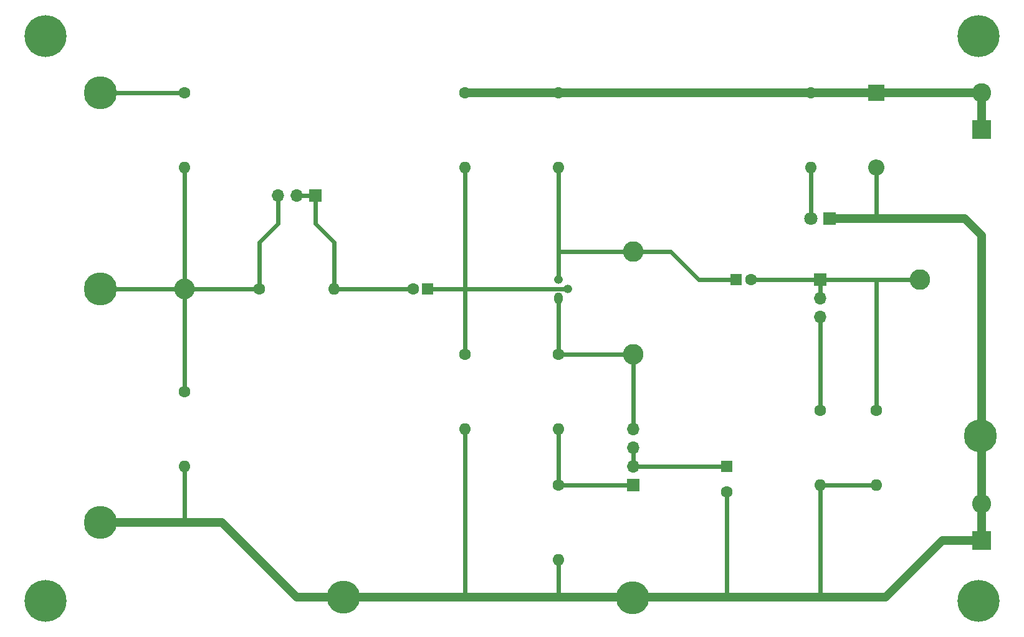
<source format=gbr>
%TF.GenerationSoftware,KiCad,Pcbnew,(7.0.0)*%
%TF.CreationDate,2023-03-04T17:45:56+02:00*%
%TF.ProjectId,Small Signal Amp with BJT,536d616c-6c20-4536-9967-6e616c20416d,rev?*%
%TF.SameCoordinates,Original*%
%TF.FileFunction,Copper,L1,Top*%
%TF.FilePolarity,Positive*%
%FSLAX46Y46*%
G04 Gerber Fmt 4.6, Leading zero omitted, Abs format (unit mm)*
G04 Created by KiCad (PCBNEW (7.0.0)) date 2023-03-04 17:45:56*
%MOMM*%
%LPD*%
G01*
G04 APERTURE LIST*
%TA.AperFunction,ComponentPad*%
%ADD10C,4.500000*%
%TD*%
%TA.AperFunction,ComponentPad*%
%ADD11C,2.800000*%
%TD*%
%TA.AperFunction,ComponentPad*%
%ADD12R,1.700000X1.700000*%
%TD*%
%TA.AperFunction,ComponentPad*%
%ADD13O,1.700000X1.700000*%
%TD*%
%TA.AperFunction,ComponentPad*%
%ADD14C,3.600000*%
%TD*%
%TA.AperFunction,ConnectorPad*%
%ADD15C,5.700000*%
%TD*%
%TA.AperFunction,ComponentPad*%
%ADD16C,1.600000*%
%TD*%
%TA.AperFunction,ComponentPad*%
%ADD17O,1.600000X1.600000*%
%TD*%
%TA.AperFunction,ComponentPad*%
%ADD18R,2.200000X2.200000*%
%TD*%
%TA.AperFunction,ComponentPad*%
%ADD19O,2.200000X2.200000*%
%TD*%
%TA.AperFunction,ComponentPad*%
%ADD20R,1.600000X1.600000*%
%TD*%
%TA.AperFunction,ComponentPad*%
%ADD21R,2.600000X2.600000*%
%TD*%
%TA.AperFunction,ComponentPad*%
%ADD22C,2.600000*%
%TD*%
%TA.AperFunction,ComponentPad*%
%ADD23O,1.200000X1.600000*%
%TD*%
%TA.AperFunction,ComponentPad*%
%ADD24O,1.200000X1.200000*%
%TD*%
%TA.AperFunction,ComponentPad*%
%ADD25R,1.800000X1.800000*%
%TD*%
%TA.AperFunction,ComponentPad*%
%ADD26C,1.800000*%
%TD*%
%TA.AperFunction,Conductor*%
%ADD27C,0.600000*%
%TD*%
%TA.AperFunction,Conductor*%
%ADD28C,1.200000*%
%TD*%
G04 APERTURE END LIST*
D10*
%TO.P,TP8,1,1*%
%TO.N,GND*%
X148500000Y-136000000D03*
%TD*%
D11*
%TO.P,TP7,1,1*%
%TO.N,Net-(J2-Pin_4)*%
X148590000Y-102870000D03*
%TD*%
%TO.P,TP6,1,1*%
%TO.N,Net-(Q1-C)*%
X148590000Y-88900000D03*
%TD*%
%TO.P,TP5,1,1*%
%TO.N,IN1*%
X87630000Y-93980000D03*
%TD*%
D10*
%TO.P,TP4,1,1*%
%TO.N,GND*%
X195750000Y-114000000D03*
%TD*%
%TO.P,TP3,1,1*%
%TO.N,GND*%
X109220000Y-135890000D03*
%TD*%
%TO.P,TP2,1,1*%
%TO.N,GND*%
X76200000Y-125730000D03*
%TD*%
D11*
%TO.P,TP1,1,1*%
%TO.N,Net-(J3-Pin_1)*%
X187500000Y-92710000D03*
%TD*%
D10*
%TO.P,J6,1,Pin_1*%
%TO.N,IN2*%
X76200000Y-67310000D03*
%TD*%
%TO.P,J5,1,Pin_1*%
%TO.N,IN1*%
X76200000Y-93980000D03*
%TD*%
D12*
%TO.P,J2,1,Pin_1*%
%TO.N,Net-(J2-Pin_1)*%
X148589999Y-120639999D03*
D13*
%TO.P,J2,2,Pin_2*%
%TO.N,Net-(J2-Pin_2)*%
X148589999Y-118099999D03*
%TO.P,J2,3,Pin_3*%
X148589999Y-115559999D03*
%TO.P,J2,4,Pin_4*%
%TO.N,Net-(J2-Pin_4)*%
X148589999Y-113019999D03*
%TD*%
D14*
%TO.P,H3,1*%
%TO.N,N/C*%
X68700000Y-59600000D03*
D15*
X68700000Y-59600000D03*
%TD*%
D16*
%TO.P,R2,1*%
%TO.N,Net-(Q1-B)*%
X125730000Y-102870000D03*
D17*
%TO.P,R2,2*%
%TO.N,GND*%
X125729999Y-113029999D03*
%TD*%
D16*
%TO.P,R1,1*%
%TO.N,Net-(D1-K)*%
X125730000Y-67310000D03*
D17*
%TO.P,R1,2*%
%TO.N,Net-(Q1-B)*%
X125729999Y-77469999D03*
%TD*%
D16*
%TO.P,Ry1,1*%
%TO.N,Net-(J3-Pin_3)*%
X173990000Y-110490000D03*
D17*
%TO.P,Ry1,2*%
%TO.N,GND*%
X173989999Y-120649999D03*
%TD*%
D18*
%TO.P,D1,1,K*%
%TO.N,Net-(D1-K)*%
X181609999Y-67309999D03*
D19*
%TO.P,D1,2,A*%
%TO.N,GND*%
X181609999Y-77469999D03*
%TD*%
D15*
%TO.P,H1,1*%
%TO.N,N/C*%
X195500000Y-136400000D03*
D14*
X195500000Y-136400000D03*
%TD*%
D20*
%TO.P,C1,1*%
%TO.N,Net-(Q1-B)*%
X120649999Y-93979999D03*
D16*
%TO.P,C1,2*%
%TO.N,Net-(J1-Pin_1)*%
X118650000Y-93980000D03*
%TD*%
D21*
%TO.P,J4,1,Pin_1*%
%TO.N,Net-(D1-K)*%
X195884999Y-72349999D03*
D22*
%TO.P,J4,2,Pin_2*%
X195885000Y-67350000D03*
%TD*%
D23*
%TO.P,Q1,1,E*%
%TO.N,Net-(J2-Pin_4)*%
X138429999Y-95249999D03*
D24*
%TO.P,Q1,2,B*%
%TO.N,Net-(Q1-B)*%
X139699999Y-93979999D03*
%TO.P,Q1,3,C*%
%TO.N,Net-(Q1-C)*%
X138429999Y-92709999D03*
%TD*%
D16*
%TO.P,R13,1*%
%TO.N,Net-(D1-K)*%
X172720000Y-67310000D03*
D17*
%TO.P,R13,2*%
%TO.N,Net-(D2-A)*%
X172719999Y-77469999D03*
%TD*%
D14*
%TO.P,H2,1*%
%TO.N,N/C*%
X68700000Y-136400000D03*
D15*
X68700000Y-136400000D03*
%TD*%
D14*
%TO.P,H4,1*%
%TO.N,N/C*%
X195500000Y-59600000D03*
D15*
X195500000Y-59600000D03*
%TD*%
D21*
%TO.P,J7,1,Pin_1*%
%TO.N,GND*%
X195884999Y-128229999D03*
D22*
%TO.P,J7,2,Pin_2*%
X195885000Y-123230000D03*
%TD*%
D12*
%TO.P,J1,1,Pin_1*%
%TO.N,Net-(J1-Pin_1)*%
X105409999Y-81279999D03*
D13*
%TO.P,J1,2,Pin_2*%
X102869999Y-81279999D03*
%TO.P,J1,3,Pin_3*%
%TO.N,IN1*%
X100329999Y-81279999D03*
%TD*%
D16*
%TO.P,R3,1*%
%TO.N,Net-(J2-Pin_4)*%
X138430000Y-102870000D03*
D17*
%TO.P,R3,2*%
%TO.N,Net-(J2-Pin_1)*%
X138429999Y-113029999D03*
%TD*%
D16*
%TO.P,R6,1*%
%TO.N,Net-(J3-Pin_1)*%
X181610000Y-110490000D03*
D17*
%TO.P,R6,2*%
%TO.N,GND*%
X181609999Y-120649999D03*
%TD*%
D16*
%TO.P,R5,1*%
%TO.N,Net-(D1-K)*%
X138430000Y-67310000D03*
D17*
%TO.P,R5,2*%
%TO.N,Net-(Q1-C)*%
X138429999Y-77469999D03*
%TD*%
D16*
%TO.P,RD1,1*%
%TO.N,IN2*%
X87630000Y-67310000D03*
D17*
%TO.P,RD1,2*%
%TO.N,IN1*%
X87629999Y-77469999D03*
%TD*%
D16*
%TO.P,Rx1,1*%
%TO.N,IN1*%
X97790000Y-93980000D03*
D17*
%TO.P,Rx1,2*%
%TO.N,Net-(J1-Pin_1)*%
X107949999Y-93979999D03*
%TD*%
D16*
%TO.P,RD2,1*%
%TO.N,IN1*%
X87630000Y-107950000D03*
D17*
%TO.P,RD2,2*%
%TO.N,GND*%
X87629999Y-118109999D03*
%TD*%
D20*
%TO.P,C3,1*%
%TO.N,Net-(Q1-C)*%
X162559999Y-92709999D03*
D16*
%TO.P,C3,2*%
%TO.N,Net-(J3-Pin_1)*%
X164560000Y-92710000D03*
%TD*%
D25*
%TO.P,D2,1,K*%
%TO.N,GND*%
X175259999Y-84399999D03*
D26*
%TO.P,D2,2,A*%
%TO.N,Net-(D2-A)*%
X172720000Y-84400000D03*
%TD*%
D20*
%TO.P,C2,1*%
%TO.N,Net-(J2-Pin_2)*%
X161289999Y-118109999D03*
D16*
%TO.P,C2,2*%
%TO.N,GND*%
X161290000Y-121610000D03*
%TD*%
D12*
%TO.P,J3,1,Pin_1*%
%TO.N,Net-(J3-Pin_1)*%
X173989999Y-92709999D03*
D13*
%TO.P,J3,2,Pin_2*%
X173989999Y-95249999D03*
%TO.P,J3,3,Pin_3*%
%TO.N,Net-(J3-Pin_3)*%
X173989999Y-97789999D03*
%TD*%
D16*
%TO.P,R4,1*%
%TO.N,Net-(J2-Pin_1)*%
X138430000Y-120650000D03*
D17*
%TO.P,R4,2*%
%TO.N,GND*%
X138429999Y-130809999D03*
%TD*%
D27*
%TO.N,Net-(J3-Pin_1)*%
X173990000Y-92710000D02*
X187500000Y-92710000D01*
D28*
%TO.N,GND*%
X182300000Y-84400000D02*
X180920000Y-84400000D01*
D27*
X161290000Y-121610000D02*
X161290000Y-135890000D01*
X138430000Y-130810000D02*
X138430000Y-135890000D01*
D28*
X87630000Y-125730000D02*
X92710000Y-125730000D01*
D27*
X173990000Y-120650000D02*
X173990000Y-135890000D01*
D28*
X180920000Y-84400000D02*
X175260000Y-84400000D01*
X173990000Y-135890000D02*
X182880000Y-135890000D01*
X195885000Y-113995000D02*
X195885000Y-86665000D01*
D27*
X87630000Y-118110000D02*
X87630000Y-125730000D01*
D28*
X161290000Y-135890000D02*
X173990000Y-135890000D01*
D27*
X181610000Y-77470000D02*
X181610000Y-83710000D01*
D28*
X125730000Y-135890000D02*
X138430000Y-135890000D01*
X191730000Y-128230000D02*
X195885000Y-128230000D01*
X195885000Y-123230000D02*
X195885000Y-113995000D01*
X102870000Y-135890000D02*
X109220000Y-135890000D01*
D27*
X173990000Y-120650000D02*
X181610000Y-120650000D01*
X125730000Y-113030000D02*
X125730000Y-135890000D01*
D28*
X190540000Y-128230000D02*
X191730000Y-128230000D01*
X182880000Y-135890000D02*
X190540000Y-128230000D01*
X138430000Y-135890000D02*
X158750000Y-135890000D01*
X158750000Y-135890000D02*
X161290000Y-135890000D01*
X195885000Y-86665000D02*
X193620000Y-84400000D01*
X109220000Y-135890000D02*
X125730000Y-135890000D01*
X92710000Y-125730000D02*
X102870000Y-135890000D01*
X195885000Y-123230000D02*
X195885000Y-128230000D01*
X76200000Y-125730000D02*
X87630000Y-125730000D01*
X193620000Y-84400000D02*
X182300000Y-84400000D01*
D27*
%TO.N,Net-(Q1-C)*%
X138430000Y-88900000D02*
X153670000Y-88900000D01*
X138430000Y-77470000D02*
X138430000Y-88900000D01*
X157480000Y-92710000D02*
X162560000Y-92710000D01*
X153670000Y-88900000D02*
X157480000Y-92710000D01*
X138430000Y-88900000D02*
X138430000Y-92710000D01*
%TO.N,Net-(J3-Pin_1)*%
X164560000Y-92710000D02*
X173990000Y-92710000D01*
X173990000Y-92710000D02*
X173990000Y-95250000D01*
X181610000Y-110490000D02*
X181610000Y-92710000D01*
D28*
%TO.N,Net-(D1-K)*%
X195885000Y-67350000D02*
X181650000Y-67350000D01*
X181650000Y-67350000D02*
X181610000Y-67310000D01*
X195885000Y-67350000D02*
X195885000Y-72350000D01*
X172720000Y-67310000D02*
X138430000Y-67310000D01*
X181610000Y-67310000D02*
X172720000Y-67310000D01*
X138430000Y-67310000D02*
X125730000Y-67310000D01*
D27*
%TO.N,Net-(D2-A)*%
X172720000Y-77470000D02*
X172720000Y-84400000D01*
%TO.N,IN1*%
X76200000Y-93980000D02*
X87630000Y-93980000D01*
X100330000Y-85090000D02*
X100330000Y-81280000D01*
X97790000Y-93980000D02*
X97790000Y-87630000D01*
X87630000Y-93980000D02*
X97790000Y-93980000D01*
X87630000Y-93980000D02*
X87630000Y-107950000D01*
X97790000Y-87630000D02*
X100330000Y-85090000D01*
X87630000Y-77470000D02*
X87630000Y-93980000D01*
%TO.N,Net-(J2-Pin_1)*%
X138440000Y-120640000D02*
X138430000Y-120650000D01*
X138430000Y-113030000D02*
X138430000Y-120650000D01*
X148590000Y-120640000D02*
X138440000Y-120640000D01*
%TO.N,Net-(J2-Pin_4)*%
X148590000Y-113020000D02*
X148590000Y-102870000D01*
X138430000Y-102870000D02*
X138430000Y-95250000D01*
X148590000Y-102870000D02*
X138430000Y-102870000D01*
%TO.N,Net-(J3-Pin_3)*%
X173990000Y-110490000D02*
X173990000Y-97790000D01*
%TO.N,IN2*%
X76200000Y-67310000D02*
X87630000Y-67310000D01*
%TO.N,Net-(Q1-B)*%
X125730000Y-93980000D02*
X125759520Y-93950480D01*
X125730000Y-93980000D02*
X125730000Y-77470000D01*
X139670480Y-93950480D02*
X139700000Y-93980000D01*
X125730000Y-102870000D02*
X125730000Y-93980000D01*
X125759520Y-93950480D02*
X139670480Y-93950480D01*
X120679520Y-93950480D02*
X125759520Y-93950480D01*
X120650000Y-93980000D02*
X120679520Y-93950480D01*
%TO.N,Net-(J1-Pin_1)*%
X107950000Y-87630000D02*
X105410000Y-85090000D01*
X107950000Y-93980000D02*
X107950000Y-87630000D01*
X105410000Y-81280000D02*
X102870000Y-81280000D01*
X105410000Y-85090000D02*
X105410000Y-81280000D01*
X107950000Y-93980000D02*
X118650000Y-93980000D01*
%TO.N,Net-(J2-Pin_2)*%
X148590000Y-115560000D02*
X148590000Y-118100000D01*
X161280000Y-118100000D02*
X161290000Y-118110000D01*
X148590000Y-118100000D02*
X161280000Y-118100000D01*
%TD*%
M02*

</source>
